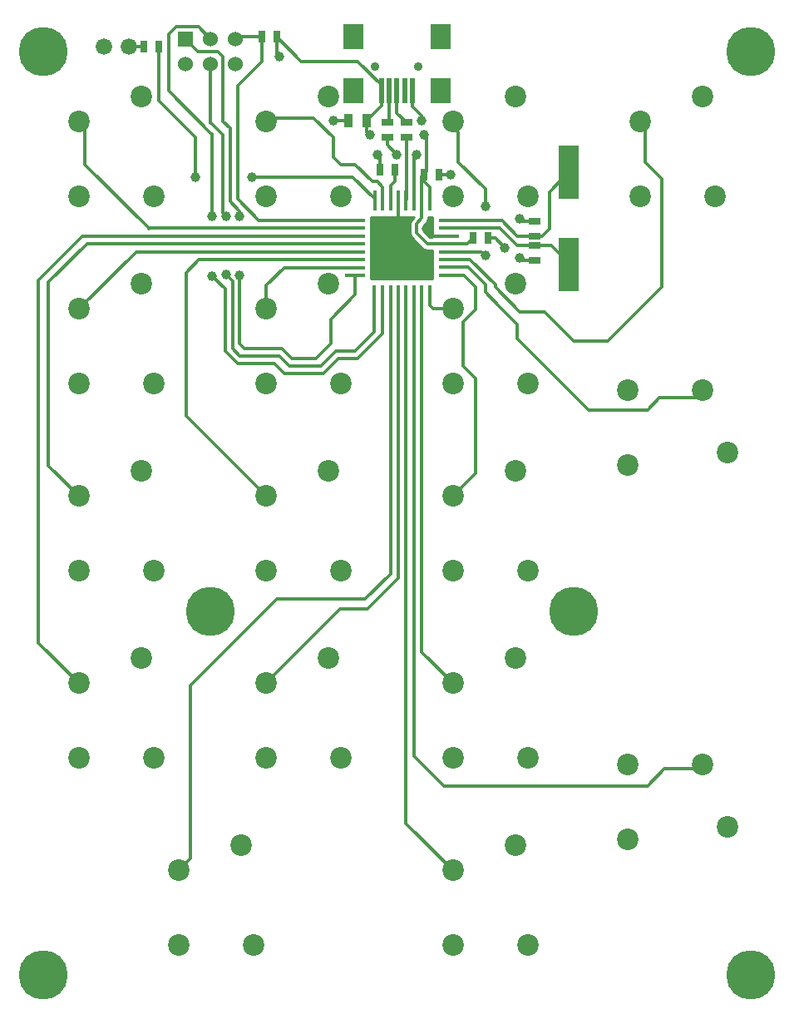
<source format=gbl>
G04 (created by PCBNEW-RS274X (2012-jan-04)-stable) date Wed 12 Sep 2012 01:10:29 PM EEST*
G01*
G70*
G90*
%MOIN*%
G04 Gerber Fmt 3.4, Leading zero omitted, Abs format*
%FSLAX34Y34*%
G04 APERTURE LIST*
%ADD10C,0.006000*%
%ADD11C,0.086500*%
%ADD12R,0.060000X0.060000*%
%ADD13C,0.060000*%
%ADD14R,0.078700X0.216500*%
%ADD15R,0.045000X0.025000*%
%ADD16R,0.025000X0.045000*%
%ADD17R,0.035000X0.055000*%
%ADD18R,0.078700X0.017700*%
%ADD19R,0.017700X0.078700*%
%ADD20R,0.019700X0.098400*%
%ADD21R,0.078700X0.098400*%
%ADD22C,0.035400*%
%ADD23C,0.066000*%
%ADD24C,0.196900*%
%ADD25C,0.039300*%
%ADD26C,0.013700*%
%ADD27C,0.010000*%
G04 APERTURE END LIST*
G54D10*
G54D11*
X43000Y-47000D03*
X45500Y-46000D03*
X43000Y-50000D03*
X46000Y-50000D03*
X43000Y-39500D03*
X45500Y-38500D03*
X43000Y-42500D03*
X46000Y-42500D03*
X50500Y-39500D03*
X53000Y-38500D03*
X50500Y-42500D03*
X53500Y-42500D03*
X50500Y-47000D03*
X53000Y-46000D03*
X50500Y-50000D03*
X53500Y-50000D03*
X50500Y-32000D03*
X53000Y-31000D03*
X50500Y-35000D03*
X53500Y-35000D03*
X58000Y-39500D03*
X60500Y-38500D03*
X58000Y-42500D03*
X61000Y-42500D03*
X58000Y-47000D03*
X60500Y-46000D03*
X58000Y-50000D03*
X61000Y-50000D03*
X58000Y-32000D03*
X60500Y-31000D03*
X58000Y-35000D03*
X61000Y-35000D03*
X58000Y-54500D03*
X60500Y-53500D03*
X58000Y-57500D03*
X61000Y-57500D03*
X65500Y-24500D03*
X68000Y-23500D03*
X65500Y-27500D03*
X68500Y-27500D03*
X58000Y-24500D03*
X60500Y-23500D03*
X58000Y-27500D03*
X61000Y-27500D03*
X50500Y-24500D03*
X53000Y-23500D03*
X50500Y-27500D03*
X53500Y-27500D03*
X43000Y-32000D03*
X45500Y-31000D03*
X43000Y-35000D03*
X46000Y-35000D03*
X43000Y-24500D03*
X45500Y-23500D03*
X43000Y-27500D03*
X46000Y-27500D03*
X68000Y-50250D03*
X69000Y-52750D03*
X65000Y-50250D03*
X65000Y-53250D03*
X68000Y-35250D03*
X69000Y-37750D03*
X65000Y-35250D03*
X65000Y-38250D03*
X47000Y-54500D03*
X49500Y-53500D03*
X47000Y-57500D03*
X50000Y-57500D03*
G54D12*
X47270Y-21181D03*
G54D13*
X47270Y-22181D03*
X48270Y-21181D03*
X48270Y-22181D03*
X49270Y-21181D03*
X49270Y-22181D03*
G54D14*
X62640Y-26524D03*
X62640Y-30224D03*
G54D15*
X55356Y-24531D03*
X55356Y-25131D03*
X56144Y-24531D03*
X56144Y-25131D03*
G54D16*
X50332Y-21091D03*
X50932Y-21091D03*
X46207Y-21484D03*
X45607Y-21484D03*
X55656Y-26406D03*
X55056Y-26406D03*
X58796Y-29161D03*
X59396Y-29161D03*
X56828Y-26602D03*
X57428Y-26602D03*
G54D15*
X61262Y-29068D03*
X61262Y-28468D03*
X61262Y-29452D03*
X61262Y-30052D03*
G54D17*
X54550Y-24437D03*
X53800Y-24437D03*
G54D18*
X57843Y-30648D03*
X57843Y-30333D03*
X57843Y-30018D03*
X57843Y-29703D03*
X57843Y-29388D03*
X57843Y-29073D03*
X57843Y-28758D03*
X57843Y-28443D03*
X54077Y-28445D03*
X54077Y-30655D03*
X54077Y-30335D03*
X54077Y-30015D03*
X54077Y-29705D03*
X54077Y-29385D03*
X54077Y-29075D03*
X54077Y-28755D03*
G54D19*
X57059Y-27655D03*
X56745Y-27655D03*
X56429Y-27655D03*
X56115Y-27655D03*
X55799Y-27655D03*
X55485Y-27655D03*
X55169Y-27655D03*
X54855Y-27655D03*
X57057Y-31435D03*
X56747Y-31435D03*
X56427Y-31435D03*
X56117Y-31435D03*
X55807Y-31435D03*
X55487Y-31435D03*
X55167Y-31435D03*
X54847Y-31435D03*
G54D20*
X55120Y-23256D03*
X55435Y-23256D03*
X55750Y-23256D03*
X56065Y-23256D03*
X56380Y-23256D03*
G54D21*
X53998Y-23256D03*
X57502Y-23256D03*
X57502Y-21091D03*
X53998Y-21091D03*
G54D22*
X54884Y-22272D03*
X56616Y-22272D03*
G54D23*
X45000Y-21500D03*
X44000Y-21500D03*
G54D24*
X69923Y-58689D03*
X41577Y-58689D03*
X41577Y-21681D03*
X69923Y-21681D03*
X48270Y-44122D03*
X62837Y-44122D03*
G54D25*
X54667Y-25028D03*
X56833Y-25028D03*
X51026Y-21878D03*
X49451Y-30638D03*
X49451Y-28276D03*
X48917Y-30630D03*
X48898Y-28287D03*
X48346Y-28268D03*
X48346Y-30669D03*
X47679Y-26701D03*
X49943Y-26701D03*
X59293Y-27882D03*
X59293Y-29850D03*
X60671Y-28374D03*
X55061Y-30441D03*
X60081Y-29555D03*
X56931Y-28768D03*
X57915Y-26602D03*
X54963Y-25815D03*
X56734Y-24437D03*
X55750Y-28571D03*
X53191Y-24437D03*
X60671Y-29949D03*
X56537Y-25815D03*
X55750Y-25815D03*
G54D26*
X56537Y-28571D02*
X56537Y-28964D01*
X56931Y-26499D02*
X56828Y-26602D01*
X55120Y-23256D02*
X55120Y-23020D01*
X55120Y-23020D02*
X54175Y-22075D01*
X54175Y-22075D02*
X51916Y-22075D01*
X51916Y-22075D02*
X50932Y-21091D01*
X56745Y-27655D02*
X56745Y-28363D01*
X56961Y-29388D02*
X57843Y-29388D01*
X56537Y-28964D02*
X56961Y-29388D01*
X56828Y-26893D02*
X56828Y-26602D01*
X54550Y-24437D02*
X54550Y-24911D01*
X54550Y-24911D02*
X54667Y-25028D01*
X56833Y-25028D02*
X56931Y-25126D01*
X56931Y-25126D02*
X56931Y-26499D01*
X50932Y-21784D02*
X50932Y-21091D01*
X51026Y-21878D02*
X50932Y-21784D01*
X57059Y-27655D02*
X57059Y-27124D01*
X57059Y-27124D02*
X56828Y-26893D01*
X56745Y-28363D02*
X56537Y-28571D01*
X57843Y-29388D02*
X58569Y-29388D01*
X58569Y-29388D02*
X58796Y-29161D01*
X56745Y-27655D02*
X56745Y-26685D01*
X56745Y-26685D02*
X56828Y-26602D01*
X55120Y-23256D02*
X55120Y-23867D01*
X55120Y-23867D02*
X54550Y-24437D01*
X49451Y-28276D02*
X49451Y-28079D01*
X54077Y-31425D02*
X53093Y-32409D01*
X53093Y-32409D02*
X53093Y-33394D01*
X53093Y-33394D02*
X52503Y-33984D01*
X52503Y-33984D02*
X51518Y-33984D01*
X49648Y-33591D02*
X49451Y-33394D01*
X49451Y-33394D02*
X49451Y-30638D01*
X54077Y-30655D02*
X54077Y-31425D01*
X51125Y-33591D02*
X49648Y-33591D01*
X51518Y-33984D02*
X51125Y-33591D01*
X47770Y-21681D02*
X47270Y-21181D01*
X48565Y-21681D02*
X47770Y-21681D01*
X48762Y-21878D02*
X48565Y-21681D01*
X48762Y-24471D02*
X48762Y-21878D01*
X49057Y-24766D02*
X48762Y-24471D01*
X49057Y-27685D02*
X49057Y-24766D01*
X49451Y-28079D02*
X49057Y-27685D01*
X48762Y-27876D02*
X48762Y-28151D01*
X52698Y-34280D02*
X51420Y-34280D01*
X49156Y-33591D02*
X49156Y-30906D01*
X49451Y-33886D02*
X49156Y-33591D01*
X54847Y-32919D02*
X54077Y-33689D01*
X49451Y-33886D02*
X51026Y-33886D01*
X51026Y-33886D02*
X51420Y-34280D01*
X54077Y-33689D02*
X53289Y-33689D01*
X54847Y-32919D02*
X54847Y-31435D01*
X53289Y-33689D02*
X52698Y-34280D01*
X49156Y-30869D02*
X49156Y-30906D01*
X48917Y-30630D02*
X49156Y-30869D01*
X48762Y-28151D02*
X48898Y-28287D01*
X48270Y-24528D02*
X48762Y-25020D01*
X48762Y-25020D02*
X48762Y-27876D01*
X48762Y-27882D02*
X48762Y-27876D01*
X48270Y-22181D02*
X48270Y-24528D01*
X48270Y-24528D02*
X48270Y-24536D01*
X50332Y-21091D02*
X49360Y-21091D01*
X49360Y-21091D02*
X49270Y-21181D01*
X54077Y-28445D02*
X50211Y-28445D01*
X50211Y-28445D02*
X49352Y-27586D01*
X49352Y-27586D02*
X49352Y-23059D01*
X49352Y-23059D02*
X50332Y-22079D01*
X50332Y-22079D02*
X50332Y-21091D01*
X48860Y-33689D02*
X48858Y-31181D01*
X48858Y-31181D02*
X48346Y-30669D01*
X55167Y-32993D02*
X54176Y-33984D01*
X48346Y-25005D02*
X48346Y-25000D01*
X48346Y-25000D02*
X48346Y-25005D01*
X48346Y-25005D02*
X46596Y-23255D01*
X47786Y-20697D02*
X48270Y-21181D01*
X46891Y-20697D02*
X47786Y-20697D01*
X46596Y-20992D02*
X46891Y-20697D01*
X46596Y-23255D02*
X46596Y-20992D01*
X49352Y-34181D02*
X48860Y-33689D01*
X55167Y-32993D02*
X55167Y-31435D01*
X48346Y-25005D02*
X48346Y-28268D01*
X54176Y-33984D02*
X53388Y-33984D01*
X53388Y-33984D02*
X52797Y-34575D01*
X52797Y-34575D02*
X51223Y-34575D01*
X51223Y-34575D02*
X50829Y-34181D01*
X50829Y-34181D02*
X49352Y-34181D01*
X46207Y-23654D02*
X47679Y-25126D01*
X47679Y-25126D02*
X47679Y-26701D01*
X46207Y-21484D02*
X46207Y-23654D01*
X54855Y-27577D02*
X53979Y-26701D01*
X54855Y-27655D02*
X54855Y-27577D01*
X53979Y-26701D02*
X49943Y-26701D01*
X43140Y-29075D02*
X41380Y-30835D01*
X41380Y-30835D02*
X41380Y-45380D01*
X41380Y-45380D02*
X43000Y-47000D01*
X54077Y-29075D02*
X43140Y-29075D01*
X55807Y-31435D02*
X55807Y-42785D01*
X53476Y-44024D02*
X50500Y-47000D01*
X54568Y-44024D02*
X53476Y-44024D01*
X55807Y-42785D02*
X54568Y-44024D01*
X47809Y-30015D02*
X47285Y-30539D01*
X47285Y-30539D02*
X47285Y-36285D01*
X54077Y-30015D02*
X47809Y-30015D01*
X47285Y-36285D02*
X50500Y-39500D01*
X54077Y-30335D02*
X51229Y-30335D01*
X50500Y-31064D02*
X50500Y-32000D01*
X51229Y-30335D02*
X50500Y-31064D01*
X59293Y-29850D02*
X59146Y-29703D01*
X58000Y-24500D02*
X58000Y-24719D01*
X59146Y-29703D02*
X57843Y-29703D01*
X58211Y-26110D02*
X59293Y-27192D01*
X58000Y-24719D02*
X58211Y-24930D01*
X59293Y-27192D02*
X59293Y-27882D01*
X58211Y-24930D02*
X58211Y-26110D01*
X58595Y-30333D02*
X59293Y-31031D01*
X59293Y-31031D02*
X59293Y-31327D01*
X57843Y-30333D02*
X58595Y-30333D01*
X59884Y-31917D02*
X59293Y-31326D01*
X66281Y-35559D02*
X67691Y-35559D01*
X67691Y-35559D02*
X68000Y-35250D01*
X59884Y-31917D02*
X60573Y-32606D01*
X60573Y-33197D02*
X63427Y-36051D01*
X60573Y-32606D02*
X60573Y-33197D01*
X59293Y-31326D02*
X59293Y-31327D01*
X65789Y-36051D02*
X66281Y-35559D01*
X63427Y-36051D02*
X65789Y-36051D01*
X59687Y-31130D02*
X60671Y-32114D01*
X58673Y-30018D02*
X59687Y-31032D01*
X59687Y-31032D02*
X59687Y-31130D01*
X60671Y-32114D02*
X61655Y-32114D01*
X61655Y-32114D02*
X62836Y-33295D01*
X62836Y-33295D02*
X64214Y-33295D01*
X64214Y-33295D02*
X66380Y-31129D01*
X57843Y-30018D02*
X58673Y-30018D01*
X65691Y-24691D02*
X65500Y-24500D01*
X65691Y-26110D02*
X65691Y-24691D01*
X66380Y-26799D02*
X65691Y-26110D01*
X66380Y-31129D02*
X66380Y-26799D01*
X56117Y-31435D02*
X56117Y-52617D01*
X56117Y-52617D02*
X58000Y-54500D01*
X53191Y-25126D02*
X52404Y-24339D01*
X53191Y-25914D02*
X53191Y-25126D01*
X50661Y-24339D02*
X50500Y-24500D01*
X53486Y-26209D02*
X53191Y-25914D01*
X55169Y-27104D02*
X54963Y-26898D01*
X52404Y-24339D02*
X50661Y-24339D01*
X54963Y-26898D02*
X54766Y-26898D01*
X54077Y-26209D02*
X53486Y-26209D01*
X55169Y-27655D02*
X55169Y-27104D01*
X54766Y-26898D02*
X54077Y-26209D01*
X47482Y-47075D02*
X47482Y-54018D01*
X54470Y-43630D02*
X50927Y-43630D01*
X55487Y-42613D02*
X54470Y-43630D01*
X50927Y-43630D02*
X47482Y-47075D01*
X55487Y-31435D02*
X55487Y-42613D01*
X47482Y-54018D02*
X47000Y-54500D01*
X56747Y-31435D02*
X56747Y-45747D01*
X56747Y-45747D02*
X58000Y-47000D01*
X54077Y-29385D02*
X43321Y-29385D01*
X41774Y-38274D02*
X43000Y-39500D01*
X41774Y-30932D02*
X41774Y-38274D01*
X43321Y-29385D02*
X41774Y-30932D01*
X58900Y-38600D02*
X58000Y-39500D01*
X58900Y-34772D02*
X58900Y-38600D01*
X58418Y-30648D02*
X58900Y-31130D01*
X57843Y-30648D02*
X58418Y-30648D01*
X58407Y-33099D02*
X58407Y-34279D01*
X58407Y-34279D02*
X58900Y-34772D01*
X58407Y-32508D02*
X58407Y-33099D01*
X58900Y-32015D02*
X58407Y-32508D01*
X58900Y-31130D02*
X58900Y-32015D01*
X54077Y-29705D02*
X45295Y-29705D01*
X45295Y-29705D02*
X43000Y-32000D01*
X57211Y-32000D02*
X57057Y-31846D01*
X57057Y-31846D02*
X57057Y-31435D01*
X58000Y-32000D02*
X57211Y-32000D01*
X56427Y-49917D02*
X57620Y-51110D01*
X56427Y-31435D02*
X56427Y-49917D01*
X67829Y-50421D02*
X68000Y-50250D01*
X57620Y-51110D02*
X65789Y-51110D01*
X66478Y-50421D02*
X67829Y-50421D01*
X65789Y-51110D02*
X66478Y-50421D01*
X54077Y-28755D02*
X45809Y-28755D01*
X45796Y-28755D02*
X45809Y-28768D01*
X45809Y-28768D02*
X45809Y-28755D01*
X43250Y-24750D02*
X43000Y-24500D01*
X43250Y-25126D02*
X43250Y-26209D01*
X43250Y-25126D02*
X43250Y-24750D01*
X43250Y-26209D02*
X45796Y-28755D01*
X61852Y-28768D02*
X61852Y-27312D01*
X61852Y-27312D02*
X62640Y-26524D01*
X57843Y-28443D02*
X59952Y-28443D01*
X61552Y-29068D02*
X61852Y-28768D01*
X60577Y-29068D02*
X61262Y-29068D01*
X61262Y-29068D02*
X61552Y-29068D01*
X59952Y-28443D02*
X60577Y-29068D01*
X61946Y-29452D02*
X62640Y-30146D01*
X62640Y-30146D02*
X62640Y-30224D01*
X61262Y-29452D02*
X61946Y-29452D01*
X60569Y-29452D02*
X59875Y-28758D01*
X61262Y-29452D02*
X60569Y-29452D01*
X59875Y-28758D02*
X57843Y-28758D01*
X59687Y-29161D02*
X60081Y-29555D01*
X57236Y-29073D02*
X56931Y-28768D01*
X59396Y-29161D02*
X59687Y-29161D01*
X55799Y-27655D02*
X55799Y-28522D01*
X55799Y-28522D02*
X55750Y-28571D01*
X60774Y-30052D02*
X60671Y-29949D01*
X55750Y-28571D02*
X55750Y-29752D01*
X55750Y-29752D02*
X55061Y-30441D01*
X57428Y-26602D02*
X57915Y-26602D01*
X57843Y-29073D02*
X57236Y-29073D01*
X61262Y-28468D02*
X60765Y-28468D01*
X60765Y-28468D02*
X60671Y-28374D01*
X55056Y-26406D02*
X55056Y-25908D01*
X53800Y-24437D02*
X53191Y-24437D01*
X56380Y-23886D02*
X56734Y-24240D01*
X55056Y-25908D02*
X54963Y-25815D01*
X56380Y-23256D02*
X56380Y-23886D01*
X61262Y-30052D02*
X60774Y-30052D01*
X56734Y-24240D02*
X56734Y-24437D01*
X55485Y-27064D02*
X55656Y-26893D01*
X55656Y-26893D02*
X55656Y-26406D01*
X55485Y-27655D02*
X55485Y-27064D01*
X55750Y-23256D02*
X55750Y-24137D01*
X55750Y-24137D02*
X56144Y-24531D01*
X55435Y-23256D02*
X55435Y-24452D01*
X55435Y-24452D02*
X55356Y-24531D01*
X56429Y-25923D02*
X56429Y-27655D01*
X56537Y-25815D02*
X56429Y-25923D01*
X55356Y-25421D02*
X55750Y-25815D01*
X55356Y-25131D02*
X55356Y-25421D01*
X56144Y-25131D02*
X56144Y-27626D01*
X56144Y-27626D02*
X56115Y-27655D01*
X45016Y-21484D02*
X45000Y-21500D01*
X45607Y-21484D02*
X45016Y-21484D01*
G54D10*
G36*
X57176Y-29133D02*
X57066Y-29133D01*
X56792Y-28858D01*
X56792Y-28676D01*
X56925Y-28543D01*
X56981Y-28461D01*
X56999Y-28363D01*
X57000Y-28363D01*
X57000Y-28326D01*
X57176Y-28326D01*
X57176Y-29133D01*
X57176Y-29133D01*
G37*
G54D27*
X57176Y-29133D02*
X57066Y-29133D01*
X56792Y-28858D01*
X56792Y-28676D01*
X56925Y-28543D01*
X56981Y-28461D01*
X56999Y-28363D01*
X57000Y-28363D01*
X57000Y-28326D01*
X57176Y-28326D01*
X57176Y-29133D01*
G54D10*
G36*
X57176Y-30785D02*
X54717Y-30785D01*
X54717Y-28326D01*
X56422Y-28326D01*
X56357Y-28391D01*
X56301Y-28473D01*
X56282Y-28571D01*
X56282Y-28964D01*
X56301Y-29062D01*
X56357Y-29144D01*
X56780Y-29568D01*
X56781Y-29568D01*
X56863Y-29624D01*
X56961Y-29643D01*
X57176Y-29643D01*
X57176Y-30785D01*
X57176Y-30785D01*
G37*
G54D27*
X57176Y-30785D02*
X54717Y-30785D01*
X54717Y-28326D01*
X56422Y-28326D01*
X56357Y-28391D01*
X56301Y-28473D01*
X56282Y-28571D01*
X56282Y-28964D01*
X56301Y-29062D01*
X56357Y-29144D01*
X56780Y-29568D01*
X56781Y-29568D01*
X56863Y-29624D01*
X56961Y-29643D01*
X57176Y-29643D01*
X57176Y-30785D01*
M02*

</source>
